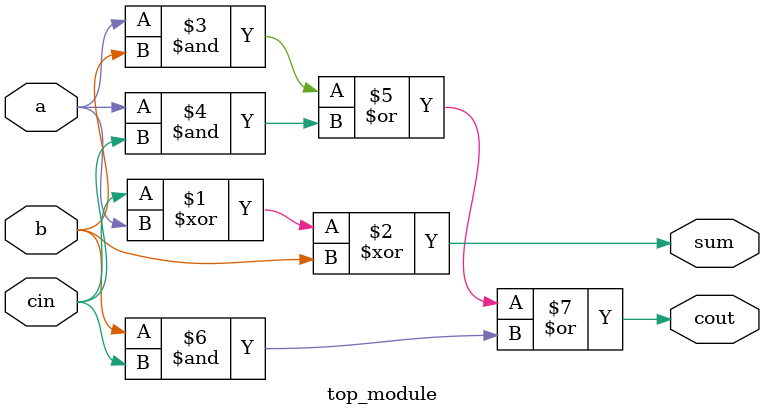
<source format=v>
module top_module( 
    input a, b, cin,
    output cout, sum );
    
    assign sum = cin ^ a ^ b;
    assign cout = (a & b) | (a & cin) | (b & cin);

endmodule

</source>
